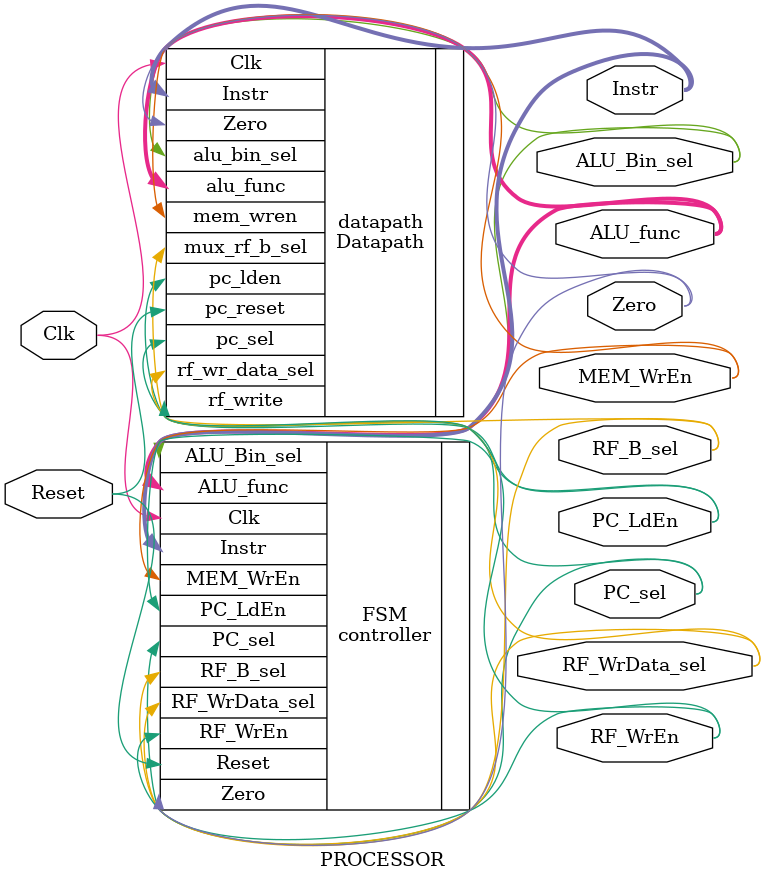
<source format=v>
module PROCESSOR(
//all inputs
input Clk,
input Reset,
output Zero,
output PC_sel,
output  PC_LdEn,
output [31:0] Instr,
output  RF_WrData_sel,
output  RF_B_sel,
output  RF_WrEn,
output  ALU_Bin_sel,
output  [3:0] ALU_func,
output  MEM_WrEn
);


Datapath datapath(.Clk(Clk), .pc_reset(Reset),.pc_sel(PC_sel), .pc_lden(PC_LdEn), .mem_wren(MEM_WrEn), .alu_func(ALU_func), .alu_bin_sel(ALU_Bin_sel),
.mux_rf_b_sel(RF_B_sel), .rf_write(RF_WrEn), .rf_wr_data_sel(RF_WrData_sel),.Zero(Zero),.Instr(Instr));


controller FSM(.Zero(Zero),.Reset(Reset),.Instr(Instr),.MEM_WrEn(MEM_WrEn),.ALU_func(ALU_func),.ALU_Bin_sel(ALU_Bin_sel),
.RF_WrEn(RF_WrEn),.RF_B_sel(RF_B_sel),.RF_WrData_sel(RF_WrData_sel),.PC_LdEn(PC_LdEn),.PC_sel(PC_sel),.Clk(Clk)
);



endmodule 
</source>
